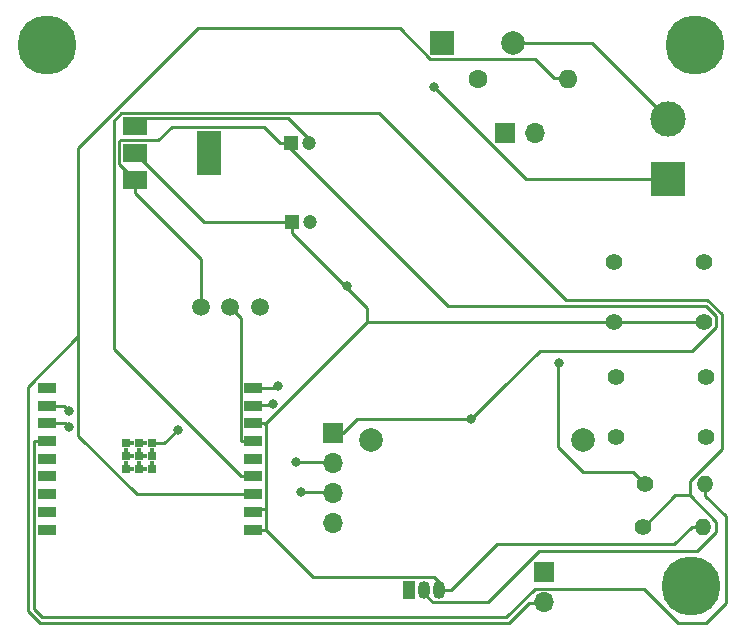
<source format=gbr>
%TF.GenerationSoftware,KiCad,Pcbnew,7.0.7*%
%TF.CreationDate,2025-12-05T14:06:05+01:00*%
%TF.ProjectId,centralv2,63656e74-7261-46c7-9632-2e6b69636164,rev?*%
%TF.SameCoordinates,Original*%
%TF.FileFunction,Copper,L1,Top*%
%TF.FilePolarity,Positive*%
%FSLAX46Y46*%
G04 Gerber Fmt 4.6, Leading zero omitted, Abs format (unit mm)*
G04 Created by KiCad (PCBNEW 7.0.7) date 2025-12-05 14:06:05*
%MOMM*%
%LPD*%
G01*
G04 APERTURE LIST*
%TA.AperFunction,ComponentPad*%
%ADD10C,1.397000*%
%TD*%
%TA.AperFunction,ComponentPad*%
%ADD11C,1.500000*%
%TD*%
%TA.AperFunction,ComponentPad*%
%ADD12R,1.700000X1.700000*%
%TD*%
%TA.AperFunction,ComponentPad*%
%ADD13O,1.700000X1.700000*%
%TD*%
%TA.AperFunction,ComponentPad*%
%ADD14C,5.000000*%
%TD*%
%TA.AperFunction,ComponentPad*%
%ADD15R,1.200000X1.200000*%
%TD*%
%TA.AperFunction,ComponentPad*%
%ADD16C,1.200000*%
%TD*%
%TA.AperFunction,ComponentPad*%
%ADD17R,3.000000X3.000000*%
%TD*%
%TA.AperFunction,ComponentPad*%
%ADD18C,3.000000*%
%TD*%
%TA.AperFunction,ComponentPad*%
%ADD19R,1.050000X1.500000*%
%TD*%
%TA.AperFunction,ComponentPad*%
%ADD20O,1.050000X1.500000*%
%TD*%
%TA.AperFunction,ComponentPad*%
%ADD21C,1.400000*%
%TD*%
%TA.AperFunction,ComponentPad*%
%ADD22O,1.400000X1.400000*%
%TD*%
%TA.AperFunction,SMDPad,CuDef*%
%ADD23R,2.000000X1.500000*%
%TD*%
%TA.AperFunction,SMDPad,CuDef*%
%ADD24R,2.000000X3.800000*%
%TD*%
%TA.AperFunction,SMDPad,CuDef*%
%ADD25R,1.500000X0.900000*%
%TD*%
%TA.AperFunction,SMDPad,CuDef*%
%ADD26R,0.700000X0.700000*%
%TD*%
%TA.AperFunction,ComponentPad*%
%ADD27C,0.400000*%
%TD*%
%TA.AperFunction,ComponentPad*%
%ADD28R,2.000000X2.000000*%
%TD*%
%TA.AperFunction,ComponentPad*%
%ADD29C,2.000000*%
%TD*%
%TA.AperFunction,ComponentPad*%
%ADD30C,1.600000*%
%TD*%
%TA.AperFunction,ComponentPad*%
%ADD31O,1.600000X1.600000*%
%TD*%
%TA.AperFunction,ViaPad*%
%ADD32C,0.800000*%
%TD*%
%TA.AperFunction,Conductor*%
%ADD33C,0.250000*%
%TD*%
G04 APERTURE END LIST*
D10*
%TO.P,Reset,1,Pin_1*%
%TO.N,GND*%
X109760000Y-59560000D03*
X117380000Y-59560000D03*
%TO.P,Reset,2,Pin_2*%
%TO.N,+3V3*%
X109760000Y-64640000D03*
X117380000Y-64640000D03*
%TD*%
D11*
%TO.P,PIR1,1,Pin_1*%
%TO.N,+5V*%
X74800000Y-63410000D03*
%TO.P,PIR1,2,Pin_2*%
%TO.N,PIR*%
X77300000Y-63410000D03*
%TO.P,PIR1,3,Pin_3*%
%TO.N,GND*%
X79800000Y-63410000D03*
%TD*%
D12*
%TO.P,Fotoresistencia1,1,Pin_1*%
%TO.N,GND*%
X103840000Y-85855000D03*
D13*
%TO.P,Fotoresistencia1,2,Pin_2*%
%TO.N,Fresistor*%
X103840000Y-88395000D03*
%TD*%
D12*
%TO.P,Uart,1,Pin_1*%
%TO.N,+5V*%
X85990000Y-74070000D03*
D13*
%TO.P,Uart,2,Pin_2*%
%TO.N,Net-(U1-RXD)*%
X85990000Y-76610000D03*
%TO.P,Uart,3,Pin_3*%
%TO.N,Net-(U1-TXD)*%
X85990000Y-79150000D03*
%TO.P,Uart,4,Pin_4*%
%TO.N,GND*%
X85990000Y-81690000D03*
%TD*%
D14*
%TO.P,REF3,1*%
%TO.N,N/C*%
X116310000Y-87020000D03*
%TD*%
D10*
%TO.P,Boot,1,Pin_1*%
%TO.N,unconnected-(Boot1-Pin_1-Pad1)*%
X109990000Y-69330000D03*
X117610000Y-69330000D03*
%TO.P,Boot,2,Pin_2*%
%TO.N,GND*%
X109990000Y-74410000D03*
X117610000Y-74410000D03*
%TD*%
D15*
%TO.P,C2,1*%
%TO.N,+3V3*%
X82560000Y-56220000D03*
D16*
%TO.P,C2,2*%
%TO.N,GND*%
X84060000Y-56220000D03*
%TD*%
D17*
%TO.P,Alimentacion220V,1,Pin_1*%
%TO.N,AC*%
X114340000Y-52550000D03*
D18*
%TO.P,Alimentacion220V,2,Pin_2*%
%TO.N,Earth*%
X114340000Y-47470000D03*
%TD*%
D15*
%TO.P,C1,1*%
%TO.N,+5V*%
X82420000Y-49510000D03*
D16*
%TO.P,C1,2*%
%TO.N,GND*%
X83920000Y-49510000D03*
%TD*%
D19*
%TO.P,U3,1,GND*%
%TO.N,GND*%
X92400000Y-87370000D03*
D20*
%TO.P,U3,2,DQ*%
%TO.N,tem*%
X93670000Y-87370000D03*
%TO.P,U3,3,V_{DD}*%
%TO.N,+3V3*%
X94940000Y-87370000D03*
%TD*%
D14*
%TO.P,REF3,1*%
%TO.N,N/C*%
X61800000Y-41190000D03*
%TD*%
D21*
%TO.P,R2,1*%
%TO.N,tem*%
X112240000Y-82010000D03*
D22*
%TO.P,R2,2*%
%TO.N,+3V3*%
X117320000Y-82010000D03*
%TD*%
D12*
%TO.P,LP,1,Pin_1*%
%TO.N,GND*%
X100595000Y-48680000D03*
D13*
%TO.P,LP,2,Pin_2*%
%TO.N,Net-(LP1-Pin_2)*%
X103135000Y-48680000D03*
%TD*%
D23*
%TO.P,U2,1,GND*%
%TO.N,GND*%
X69190000Y-48050000D03*
%TO.P,U2,2,VO*%
%TO.N,+3V3*%
X69190000Y-50350000D03*
%TO.P,U2,3,VI*%
%TO.N,+5V*%
X69190000Y-52650000D03*
D24*
%TO.P,U2,4*%
%TO.N,N/C*%
X75490000Y-50350000D03*
%TD*%
D25*
%TO.P,U1,1,3V3*%
%TO.N,+3V3*%
X79250000Y-82240000D03*
%TO.P,U1,2,EN*%
%TO.N,Net-(Reset1-Pin_4)*%
X79250000Y-80740000D03*
%TO.P,U1,3,IO4*%
%TO.N,Fresistor*%
X79250000Y-79240000D03*
%TO.P,U1,4,IO5*%
%TO.N,tem*%
X79250000Y-77740000D03*
%TO.P,U1,5,IO6*%
%TO.N,unconnected-(U1-IO6-Pad5)*%
X79250000Y-76240000D03*
%TO.P,U1,6,IO7*%
%TO.N,PIR*%
X79250000Y-74740000D03*
%TO.P,U1,7,IO8*%
%TO.N,+3V3*%
X79250000Y-73240000D03*
%TO.P,U1,8,IO9*%
%TO.N,boot*%
X79250000Y-71740000D03*
%TO.P,U1,9,GND*%
%TO.N,GND*%
X79250000Y-70240000D03*
%TO.P,U1,10,IO10*%
%TO.N,unconnected-(U1-IO10-Pad10)*%
X61750000Y-70240000D03*
%TO.P,U1,11,RXD*%
%TO.N,Net-(U1-RXD)*%
X61750000Y-71740000D03*
%TO.P,U1,12,TXD*%
%TO.N,Net-(U1-TXD)*%
X61750000Y-73240000D03*
%TO.P,U1,13,IO18*%
%TO.N,Led*%
X61750000Y-74740000D03*
%TO.P,U1,14,IO19*%
%TO.N,unconnected-(U1-IO19-Pad14)*%
X61750000Y-76240000D03*
%TO.P,U1,15,IO3*%
%TO.N,unconnected-(U1-IO3-Pad15)*%
X61750000Y-77740000D03*
%TO.P,U1,16,IO2*%
%TO.N,unconnected-(U1-IO2-Pad16)*%
X61750000Y-79240000D03*
%TO.P,U1,17,IO1*%
%TO.N,unconnected-(U1-IO1-Pad17)*%
X61750000Y-80740000D03*
%TO.P,U1,18,IO0*%
%TO.N,unconnected-(U1-IO0-Pad18)*%
X61750000Y-82240000D03*
D26*
%TO.P,U1,19,GND*%
%TO.N,GND*%
X70640000Y-77140000D03*
%TO.P,U1,20,GND*%
X69540000Y-77140000D03*
%TO.P,U1,21,GND*%
X68440000Y-77140000D03*
%TO.P,U1,22,GND*%
X70640000Y-76040000D03*
%TO.P,U1,23,GND*%
X69540000Y-76040000D03*
%TO.P,U1,24,GND*%
X68440000Y-76040000D03*
%TO.P,U1,25,GND*%
X70640000Y-74940000D03*
%TO.P,U1,26,GND*%
X69540000Y-74940000D03*
%TO.P,U1,27,GND*%
X68440000Y-74940000D03*
D27*
%TO.P,U1,28,GND*%
X70090000Y-77140000D03*
%TO.P,U1,29,GND*%
X68990000Y-77140000D03*
%TO.P,U1,30,GND*%
X70640000Y-76590000D03*
%TO.P,U1,31,GND*%
X69540000Y-76590000D03*
%TO.P,U1,32,GND*%
X68440000Y-76590000D03*
%TO.P,U1,33,GND*%
X70090000Y-76040000D03*
%TO.P,U1,34,GND*%
X68990000Y-76040000D03*
%TO.P,U1,35,GND*%
X70640000Y-75490000D03*
%TO.P,U1,36,GND*%
X69540000Y-75490000D03*
%TO.P,U1,37,GND*%
X68440000Y-75490000D03*
%TO.P,U1,38,GND*%
X70090000Y-74940000D03*
%TO.P,U1,39,GND*%
X68990000Y-74940000D03*
%TD*%
D28*
%TO.P,PS2,1,AC/L*%
%TO.N,AC*%
X95200000Y-41060000D03*
D29*
%TO.P,PS2,2,AC/N*%
%TO.N,Earth*%
X101200000Y-41060000D03*
%TO.P,PS2,3,-Vout*%
%TO.N,GND*%
X89200000Y-74660000D03*
%TO.P,PS2,4,+Vout*%
%TO.N,+5V*%
X107200000Y-74660000D03*
%TD*%
D14*
%TO.P,REF3,1*%
%TO.N,N/C*%
X116660000Y-41180000D03*
%TD*%
D30*
%TO.P,Res_F,1*%
%TO.N,+3.3V*%
X98290000Y-44050000D03*
D31*
%TO.P,Res_F,2*%
%TO.N,Fresistor*%
X105910000Y-44050000D03*
%TD*%
D21*
%TO.P,R1,1*%
%TO.N,Net-(LP1-Pin_2)*%
X112390000Y-78350000D03*
D22*
%TO.P,R1,2*%
%TO.N,Led*%
X117470000Y-78350000D03*
%TD*%
D32*
%TO.N,AC*%
X94570000Y-44790000D03*
%TO.N,+5V*%
X97700000Y-72910000D03*
%TO.N,GND*%
X81370000Y-70090000D03*
X72850000Y-73770000D03*
%TO.N,+3V3*%
X87190000Y-61620000D03*
%TO.N,Net-(LP1-Pin_2)*%
X105110000Y-68130000D03*
%TO.N,boot*%
X80890000Y-71610000D03*
%TO.N,Net-(U1-RXD)*%
X63670000Y-72180000D03*
X82890000Y-76520000D03*
%TO.N,Net-(U1-TXD)*%
X63610000Y-73570000D03*
X83260000Y-79040000D03*
%TD*%
D33*
%TO.N,AC*%
X94570000Y-44790500D02*
X102339500Y-52560000D01*
X94570000Y-44790000D02*
X94570000Y-44790500D01*
X94569500Y-44790000D02*
X94570000Y-44790000D01*
%TO.N,Earth*%
X101200000Y-41060000D02*
X107950000Y-41060000D01*
X107950000Y-41060000D02*
X107995000Y-41105000D01*
X114370000Y-47480000D02*
X107995000Y-41105000D01*
%TO.N,+5V*%
X97700000Y-72900000D02*
X100320000Y-70280000D01*
X97700000Y-72910000D02*
X97700000Y-72900000D01*
X97690000Y-72910000D02*
X97700000Y-72910000D01*
X97600000Y-72880000D02*
X97660000Y-72940000D01*
X88040000Y-72880000D02*
X97600000Y-72880000D01*
X97660000Y-72940000D02*
X97690000Y-72910000D01*
X86850000Y-74070000D02*
X88040000Y-72880000D01*
X85990000Y-74070000D02*
X86850000Y-74070000D01*
%TO.N,GND*%
X72850000Y-73810000D02*
X72850000Y-73770000D01*
X69190000Y-48050000D02*
X69830300Y-47409700D01*
X81220000Y-70240000D02*
X81370000Y-70090000D01*
X83920000Y-49160000D02*
X83920000Y-49510000D01*
X70640000Y-74940000D02*
X71720000Y-74940000D01*
X72890000Y-73770000D02*
X72850000Y-73810000D01*
X79250000Y-70240000D02*
X81220000Y-70240000D01*
X69830300Y-47409700D02*
X82169700Y-47409700D01*
X82169700Y-47409700D02*
X83920000Y-49160000D01*
X72850000Y-73770000D02*
X72890000Y-73770000D01*
X71720000Y-74940000D02*
X72850000Y-73810000D01*
%TO.N,+5V*%
X72340000Y-48124800D02*
X80109700Y-48124800D01*
X118435200Y-65083400D02*
X116398400Y-67120200D01*
X69190000Y-52650000D02*
X67864800Y-51324800D01*
X117549800Y-63300700D02*
X118435200Y-64186100D01*
X69190000Y-52650000D02*
X69190000Y-53725100D01*
X85400000Y-74660000D02*
X85990000Y-74070000D01*
X67864800Y-49402900D02*
X67992900Y-49274800D01*
X67864800Y-51324800D02*
X67864800Y-49402900D01*
X82420000Y-49510000D02*
X81957500Y-49510000D01*
X103479800Y-67120200D02*
X100320000Y-70280000D01*
X67992900Y-49274800D02*
X71190000Y-49274800D01*
X80109700Y-48124800D02*
X81494900Y-49510000D01*
X74790000Y-63420000D02*
X74790000Y-59325100D01*
X74790000Y-59325100D02*
X69190000Y-53725100D01*
X81957500Y-49510000D02*
X81494900Y-49510000D01*
X81957500Y-49510000D02*
X95748200Y-63300700D01*
X95748200Y-63300700D02*
X117549800Y-63300700D01*
X118435200Y-64186100D02*
X118435200Y-65083400D01*
X116398400Y-67120200D02*
X103479800Y-67120200D01*
X71190000Y-49274800D02*
X72340000Y-48124800D01*
%TO.N,+3V3*%
X79450000Y-80540000D02*
X80325100Y-80540000D01*
X95170000Y-87330000D02*
X96020100Y-87330000D01*
X80325100Y-82240000D02*
X84340000Y-86254900D01*
X80325100Y-82240000D02*
X80325100Y-80540000D01*
X80325100Y-80540000D02*
X80325100Y-73388700D01*
X95170000Y-86884900D02*
X94540000Y-86254900D01*
X114887900Y-83487000D02*
X99863100Y-83487000D01*
X88895100Y-63480200D02*
X88895100Y-64670000D01*
X87190000Y-61620000D02*
X87190000Y-61775100D01*
X79250000Y-82240000D02*
X80212600Y-82240000D01*
X88895100Y-64670000D02*
X109780000Y-64670000D01*
X82560000Y-56220000D02*
X82560000Y-57145100D01*
X79250000Y-73240000D02*
X80176400Y-73240000D01*
X69190000Y-50350000D02*
X75060000Y-56220000D01*
X84340000Y-86254900D02*
X94540000Y-86254900D01*
X80176400Y-73240000D02*
X80325100Y-73240000D01*
X87034900Y-61620000D02*
X87190000Y-61620000D01*
X80325100Y-73388700D02*
X80176400Y-73240000D01*
X80325100Y-73240000D02*
X88895100Y-64670000D01*
X117400000Y-64670000D02*
X109780000Y-64670000D01*
X75060000Y-56220000D02*
X82560000Y-56220000D01*
X116374900Y-82000000D02*
X114887900Y-83487000D01*
X79250000Y-80740000D02*
X79450000Y-80540000D01*
X117400000Y-82000000D02*
X116374900Y-82000000D01*
X87190000Y-61775100D02*
X88895100Y-63480200D01*
X82560000Y-57145100D02*
X87034900Y-61620000D01*
X95170000Y-87330000D02*
X95170000Y-86884900D01*
X80212600Y-82240000D02*
X80325100Y-82240000D01*
X99863100Y-83487000D02*
X96020100Y-87330000D01*
%TO.N,Fresistor*%
X103056000Y-42381100D02*
X94229600Y-42381100D01*
X64440100Y-74309100D02*
X64440100Y-69464900D01*
X102604900Y-88425000D02*
X100855900Y-90174000D01*
X91649300Y-39800800D02*
X74586500Y-39800800D01*
X60200000Y-89148800D02*
X60200000Y-70130300D01*
X61225200Y-90174000D02*
X60200000Y-89148800D01*
X69371000Y-79240000D02*
X64440100Y-74309100D01*
X64440100Y-65890200D02*
X64440100Y-65840000D01*
X94229600Y-42381100D02*
X91649300Y-39800800D01*
X64440100Y-49947200D02*
X64440100Y-65840000D01*
X79250000Y-79240000D02*
X69371000Y-79240000D01*
X64440100Y-65840000D02*
X64440100Y-69464900D01*
X74586500Y-39800800D02*
X64440100Y-49947200D01*
X105830000Y-44030000D02*
X104704900Y-44030000D01*
X60200000Y-70130300D02*
X64440100Y-65890200D01*
X100855900Y-90174000D02*
X61225200Y-90174000D01*
X104704900Y-44030000D02*
X103056000Y-42381100D01*
X103780000Y-88425000D02*
X102604900Y-88425000D01*
%TO.N,Net-(LP1-Pin_2)*%
X107120000Y-77380000D02*
X105000000Y-75260000D01*
X105000000Y-68170000D02*
X105040000Y-68130000D01*
X112390000Y-78350000D02*
X111420000Y-77380000D01*
X105110000Y-68060000D02*
X105030000Y-68140000D01*
X111420000Y-77380000D02*
X107120000Y-77380000D01*
X105040000Y-68130000D02*
X105110000Y-68130000D01*
X105000000Y-75260000D02*
X105000000Y-68170000D01*
X105110000Y-68130000D02*
X105110000Y-68060000D01*
%TO.N,PIR*%
X78174900Y-64304900D02*
X77290000Y-63420000D01*
X79250000Y-74740000D02*
X78174900Y-74740000D01*
X78174900Y-74740000D02*
X78174900Y-64304900D01*
%TO.N,AC*%
X102339500Y-52560000D02*
X114370000Y-52560000D01*
%TO.N,Led*%
X100637400Y-89667600D02*
X103072300Y-87232700D01*
X61750000Y-74740000D02*
X60674900Y-74740000D01*
X112347500Y-87232700D02*
X115229900Y-90115100D01*
X117470000Y-78350000D02*
X117470000Y-79375100D01*
X115229900Y-90115100D02*
X117570200Y-90115100D01*
X117570200Y-90115100D02*
X119225100Y-88460200D01*
X119225100Y-81130200D02*
X117470000Y-79375100D01*
X60674900Y-88987100D02*
X61355400Y-89667600D01*
X60674900Y-74740000D02*
X60674900Y-88987100D01*
X119225100Y-88460200D02*
X119225100Y-81130200D01*
X61355400Y-89667600D02*
X100637400Y-89667600D01*
X103072300Y-87232700D02*
X112347500Y-87232700D01*
%TO.N,tem*%
X93900000Y-87330000D02*
X93900000Y-87845100D01*
X67412900Y-47611000D02*
X68064200Y-46959700D01*
X103395900Y-84096100D02*
X99086900Y-88405100D01*
X68064200Y-46959700D02*
X89877000Y-46959700D01*
X116798400Y-84096100D02*
X103395900Y-84096100D01*
X118902500Y-64005700D02*
X118902500Y-75417500D01*
X112320000Y-82000000D02*
X114983200Y-79336800D01*
X118452300Y-82442200D02*
X116798400Y-84096100D01*
X118902500Y-75417500D02*
X116225300Y-78094700D01*
X114983200Y-79336800D02*
X116225300Y-79336800D01*
X78174900Y-77740000D02*
X67412900Y-66978000D01*
X79250000Y-77740000D02*
X78174900Y-77740000D01*
X67412900Y-66978000D02*
X67412900Y-47611000D01*
X118452300Y-81563800D02*
X118452300Y-82442200D01*
X105700200Y-62782900D02*
X117679700Y-62782900D01*
X117679700Y-62782900D02*
X118902500Y-64005700D01*
X99086900Y-88405100D02*
X94460000Y-88405100D01*
X89877000Y-46959700D02*
X105700200Y-62782900D01*
X116225300Y-79336800D02*
X118452300Y-81563800D01*
X116225300Y-78094700D02*
X116225300Y-79336800D01*
X93900000Y-87845100D02*
X94460000Y-88405100D01*
%TO.N,boot*%
X79250000Y-71740000D02*
X80890000Y-71610000D01*
X80890000Y-71610000D02*
X80760000Y-71740000D01*
X80760000Y-71740000D02*
X80770000Y-71750000D01*
%TO.N,Net-(U1-RXD)*%
X86010000Y-76550000D02*
X82890000Y-76520000D01*
X82890000Y-76520000D02*
X82870000Y-76550000D01*
X82870000Y-76550000D02*
X82860000Y-76560000D01*
X61750000Y-71740000D02*
X63230000Y-71740000D01*
X63230000Y-71740000D02*
X63670000Y-72180000D01*
%TO.N,Net-(U1-TXD)*%
X83180000Y-79090000D02*
X83160000Y-79110000D01*
X83310000Y-79090000D02*
X83260000Y-79040000D01*
X83210000Y-79090000D02*
X83180000Y-79090000D01*
X63280000Y-73240000D02*
X63610000Y-73570000D01*
X86010000Y-79090000D02*
X83310000Y-79090000D01*
X83260000Y-79040000D02*
X83210000Y-79090000D01*
X61750000Y-73240000D02*
X63280000Y-73240000D01*
%TD*%
M02*

</source>
